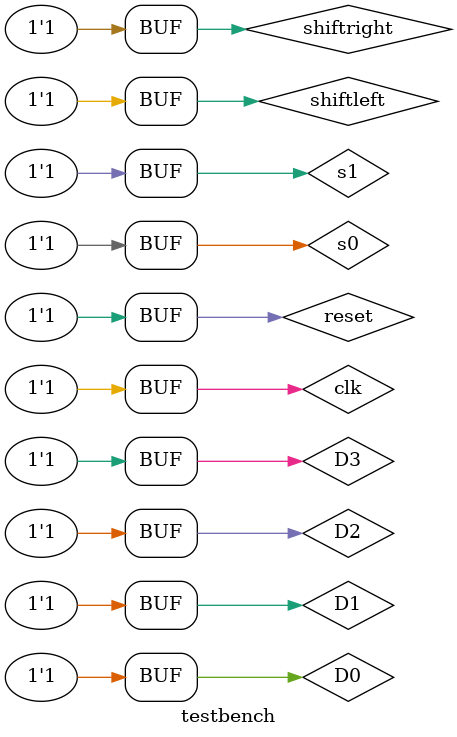
<source format=sv>
`timescale 1ns / 1ps


module testbench( );
logic D3, D2, D1, D0, shiftleft, shiftright, s0, s1, reset, clk;
logic Q3, Q2, Q1, Q0;

fourdflipflop shift1(D3, D2, D1, D0,  shiftleft, shiftright, s1, s0,reset, clk,Q3, Q2,Q1,Q0 );

initial begin
for(int i = 0; i < 1024; i++)
begin
{D0, D1, D2, D3, shiftleft, shiftright, reset, s1, s0, clk} = i;
#2;
end
end
endmodule

</source>
